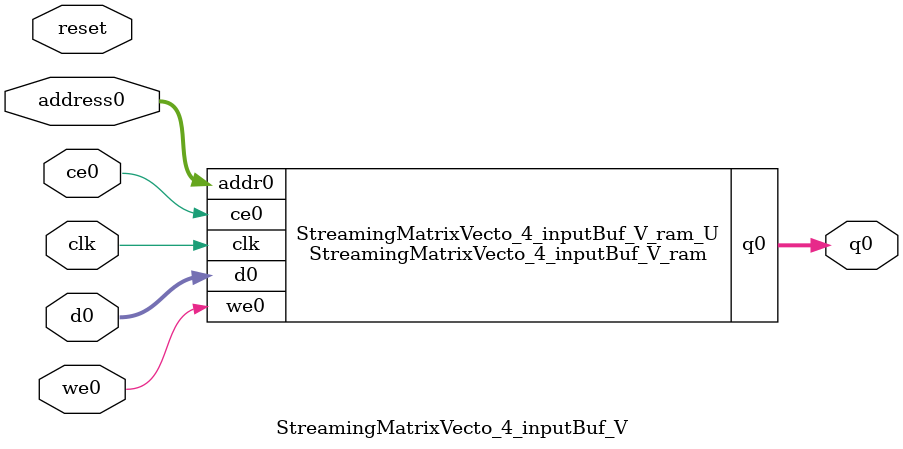
<source format=v>
`timescale 1 ns / 1 ps
module StreamingMatrixVecto_4_inputBuf_V_ram (addr0, ce0, d0, we0, q0,  clk);

parameter DWIDTH = 32;
parameter AWIDTH = 6;
parameter MEM_SIZE = 36;

input[AWIDTH-1:0] addr0;
input ce0;
input[DWIDTH-1:0] d0;
input we0;
output reg[DWIDTH-1:0] q0;
input clk;

(* ram_style = "block" *)reg [DWIDTH-1:0] ram[0:MEM_SIZE-1];




always @(posedge clk)  
begin 
    if (ce0) 
    begin
        if (we0) 
        begin 
            ram[addr0] <= d0; 
        end 
        q0 <= ram[addr0];
    end
end


endmodule

`timescale 1 ns / 1 ps
module StreamingMatrixVecto_4_inputBuf_V(
    reset,
    clk,
    address0,
    ce0,
    we0,
    d0,
    q0);

parameter DataWidth = 32'd32;
parameter AddressRange = 32'd36;
parameter AddressWidth = 32'd6;
input reset;
input clk;
input[AddressWidth - 1:0] address0;
input ce0;
input we0;
input[DataWidth - 1:0] d0;
output[DataWidth - 1:0] q0;



StreamingMatrixVecto_4_inputBuf_V_ram StreamingMatrixVecto_4_inputBuf_V_ram_U(
    .clk( clk ),
    .addr0( address0 ),
    .ce0( ce0 ),
    .we0( we0 ),
    .d0( d0 ),
    .q0( q0 ));

endmodule


</source>
